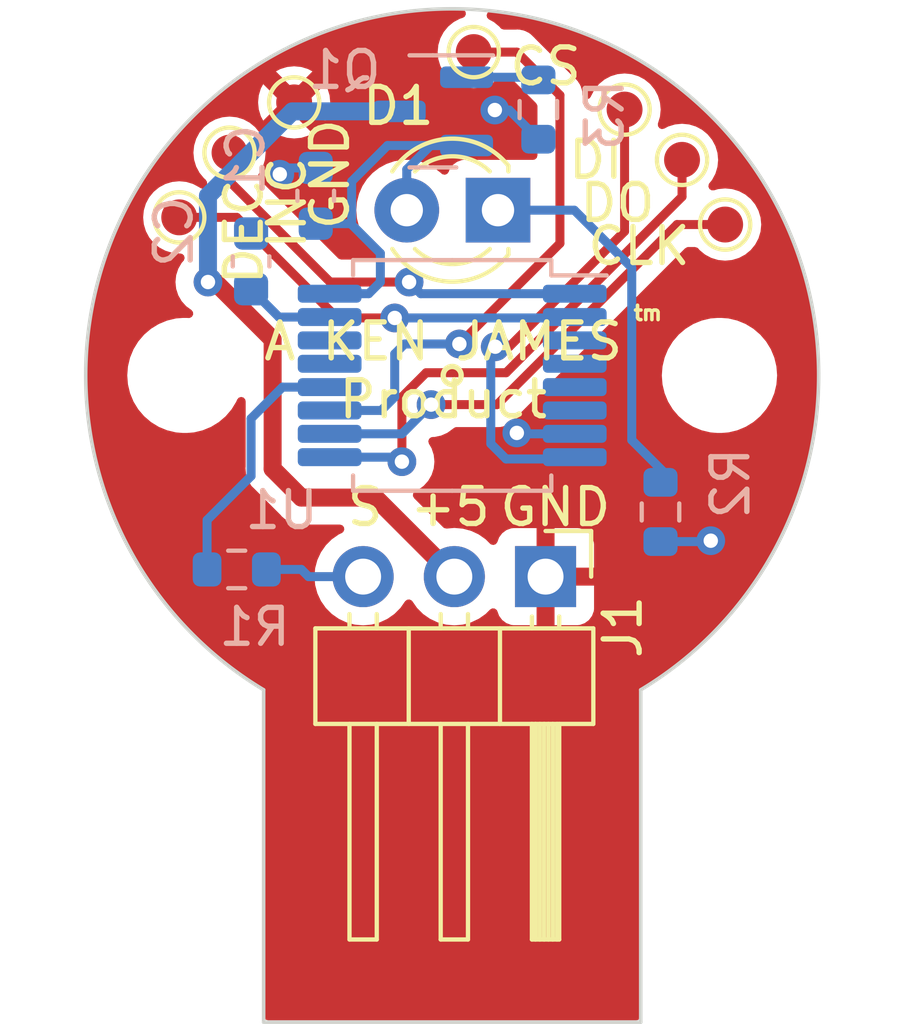
<source format=kicad_pcb>
(kicad_pcb (version 20221018) (generator pcbnew)
  (layers (0 "F.Cu" signal) (31 "B.Cu" signal) (34 "B.Paste" user) (35 "F.Paste" user) (36 "B.SilkS" user "B.Silkscreen") (37 "F.SilkS" user "F.Silkscreen") (38 "B.Mask" user) (39 "F.Mask" user) (44 "Edge.Cuts" user))
  (net 0 "")
  (net 1 "GND")
  (net 2 "+5V")
  (net 3 "Net-(J1-Pin_3)")
  (net 4 "Net-(D1-K)")
  (net 5 "Net-(J1-Pin_2)")
  (net 6 "Net-(Q1-G)")
  (net 7 "Net-(U1-VDD3V3)")
  (net 8 "Net-(U1-PWM)")
  (net 9 "Net-(U1-MagINCn)")
  (net 10 "Net-(U1-MagDECn)")
  (net 11 "Net-(U1-PDIO)")
  (net 12 "Net-(U1-DO)")
  (net 13 "Net-(U1-CLK)")
  (net 14 "Net-(U1-CSn)")
  (footprint "TestPoint:TestPoint_Pad_D1.0mm" (layer "F.Cu") (at 145.6 92.4)
    (fp_text reference "TP1" hide)
    (fp_text value "GND" (at 1 2 90) (layer "F.SilkS"))
    (fp_circle (center 0 0) (end 0 0.7) (stroke (width 0.12)) (fill none) (layer "F.SilkS"))
    (pad "1" smd circle (at 0 0) (size 1 1) (layers "F.Cu" "F.Mask") (net 1 "GND"))
  )
  (footprint "MountingHole:MountingHole_2.7mm" (layer "F.Cu") (at 157.4422 100)
    (fp_text reference "H2" hide)
    (fp_text value "MountingHole")
    (pad "" np_thru_hole circle (at 0 0) (size 2.7 2.7) (drill 2.7) (layers "*.Cu" "*.Mask"))
  )
  (footprint "TestPoint:TestPoint_Pad_D1.0mm" (layer "F.Cu") (at 156.4 94)
    (fp_text reference "TP5" hide)
    (fp_text value "DO" (at -1.8 1.2) (layer "F.SilkS"))
    (fp_circle (center 0 0) (end 0 0.7) (stroke (width 0.12)) (fill none) (layer "F.SilkS"))
    (pad "1" smd circle (at 0 0) (size 1 1) (layers "F.Cu" "F.Mask") (net 12 "Net-(U1-DO)"))
  )
  (footprint "TestPoint:TestPoint_Pad_D1.0mm" (layer "F.Cu") (at 154.8 92.6)
    (fp_text reference "TP4" hide)
    (fp_text value "DI" (at -0.8 1.4) (layer "F.SilkS"))
    (fp_circle (center 0 0) (end 0 0.7) (stroke (width 0.12)) (fill none) (layer "F.SilkS"))
    (pad "1" smd circle (at 0 0) (size 1 1) (layers "F.Cu" "F.Mask") (net 11 "Net-(U1-PDIO)"))
  )
  (footprint "TestPoint:TestPoint_Pad_D1.0mm" (layer "F.Cu") (at 150.6 91)
    (fp_text reference "TP7" hide)
    (fp_text value "CS" (at 2 0.4) (layer "F.SilkS"))
    (fp_circle (center 0 0) (end 0 0.7) (stroke (width 0.12)) (fill none) (layer "F.SilkS"))
    (pad "1" smd circle (at 0 0) (size 1 1) (layers "F.Cu" "F.Mask") (net 14 "Net-(U1-CSn)"))
  )
  (footprint "Connector_PinHeader_2.54mm:PinHeader_1x03_P2.54mm_Horizontal" (layer "F.Cu") (at 152.6 105.6 -90)
    (fp_text reference "J1" (at 1.4 -2.15 -90) (layer "F.SilkS"))
    (fp_text value "Conn_01x03")
    (fp_line (start -1.27 -1.27) (end 0 -1.27) (stroke (width 0.12)) (layer "F.SilkS"))
    (fp_line (start -1.27 0) (end -1.27 -1.27) (stroke (width 0.12)) (layer "F.SilkS"))
    (fp_line (start 1.042929 2.16) (end 1.44 2.16) (stroke (width 0.12)) (layer "F.SilkS"))
    (fp_line (start 1.042929 2.92) (end 1.44 2.92) (stroke (width 0.12)) (layer "F.SilkS"))
    (fp_line (start 1.042929 4.7) (end 1.44 4.7) (stroke (width 0.12)) (layer "F.SilkS"))
    (fp_line (start 1.042929 5.46) (end 1.44 5.46) (stroke (width 0.12)) (layer "F.SilkS"))
    (fp_line (start 1.11 -0.38) (end 1.44 -0.38) (stroke (width 0.12)) (layer "F.SilkS"))
    (fp_line (start 1.11 0.38) (end 1.44 0.38) (stroke (width 0.12)) (layer "F.SilkS"))
    (fp_line (start 1.44 -1.33) (end 1.44 6.41) (stroke (width 0.12)) (layer "F.SilkS"))
    (fp_line (start 1.44 1.27) (end 4.1 1.27) (stroke (width 0.12)) (layer "F.SilkS"))
    (fp_line (start 1.44 3.81) (end 4.1 3.81) (stroke (width 0.12)) (layer "F.SilkS"))
    (fp_line (start 1.44 6.41) (end 4.1 6.41) (stroke (width 0.12)) (layer "F.SilkS"))
    (fp_line (start 4.1 -1.33) (end 1.44 -1.33) (stroke (width 0.12)) (layer "F.SilkS"))
    (fp_line (start 4.1 -0.38) (end 10.1 -0.38) (stroke (width 0.12)) (layer "F.SilkS"))
    (fp_line (start 4.1 -0.32) (end 10.1 -0.32) (stroke (width 0.12)) (layer "F.SilkS"))
    (fp_line (start 4.1 -0.2) (end 10.1 -0.2) (stroke (width 0.12)) (layer "F.SilkS"))
    (fp_line (start 4.1 -0.08) (end 10.1 -0.08) (stroke (width 0.12)) (layer "F.SilkS"))
    (fp_line (start 4.1 0.04) (end 10.1 0.04) (stroke (width 0.12)) (layer "F.SilkS"))
    (fp_line (start 4.1 0.16) (end 10.1 0.16) (stroke (width 0.12)) (layer "F.SilkS"))
    (fp_line (start 4.1 0.28) (end 10.1 0.28) (stroke (width 0.12)) (layer "F.SilkS"))
    (fp_line (start 4.1 2.16) (end 10.1 2.16) (stroke (width 0.12)) (layer "F.SilkS"))
    (fp_line (start 4.1 4.7) (end 10.1 4.7) (stroke (width 0.12)) (layer "F.SilkS"))
    (fp_line (start 4.1 6.41) (end 4.1 -1.33) (stroke (width 0.12)) (layer "F.SilkS"))
    (fp_line (start 10.1 -0.38) (end 10.1 0.38) (stroke (width 0.12)) (layer "F.SilkS"))
    (fp_line (start 10.1 0.38) (end 4.1 0.38) (stroke (width 0.12)) (layer "F.SilkS"))
    (fp_line (start 10.1 2.16) (end 10.1 2.92) (stroke (width 0.12)) (layer "F.SilkS"))
    (fp_line (start 10.1 2.92) (end 4.1 2.92) (stroke (width 0.12)) (layer "F.SilkS"))
    (fp_line (start 10.1 4.7) (end 10.1 5.46) (stroke (width 0.12)) (layer "F.SilkS"))
    (fp_line (start 10.1 5.46) (end 4.1 5.46) (stroke (width 0.12)) (layer "F.SilkS"))
    (pad "1" thru_hole rect (at 0 0 270) (size 1.7 1.7) (drill 1) (layers "*.Cu" "*.Mask") (net 1 "GND"))
    (pad "2" thru_hole oval (at 0 2.54 270) (size 1.7 1.7) (drill 1) (layers "*.Cu" "*.Mask") (net 5 "Net-(J1-Pin_2)"))
    (pad "3" thru_hole oval (at 0 5.08 270) (size 1.7 1.7) (drill 1) (layers "*.Cu" "*.Mask") (net 3 "Net-(J1-Pin_3)"))
  )
  (footprint "LED_THT:LED_D3.0mm" (layer "F.Cu") (at 151.275 95.4 180)
    (fp_text reference "D1" (at 2.775 2.9 180) (layer "F.SilkS"))
    (fp_text value "LED")
    (fp_line (start -0.29 -1.236) (end -0.29 -1.08) (stroke (width 0.12)) (layer "F.SilkS"))
    (fp_line (start -0.29 1.08) (end -0.29 1.236) (stroke (width 0.12)) (layer "F.SilkS"))
    (fp_arc (start -0.29 -1.235516) (mid 1.366487 -1.987659) (end 2.942335 -1.078608) (stroke (width 0.12)) (layer "F.SilkS"))
    (fp_arc (start 0.229039 -1.08) (mid 1.270117 -1.5) (end 2.31113 -1.079837) (stroke (width 0.12)) (layer "F.SilkS"))
    (fp_arc (start 2.31113 1.079837) (mid 1.270117 1.5) (end 0.229039 1.08) (stroke (width 0.12)) (layer "F.SilkS"))
    (fp_arc (start 2.942335 1.078608) (mid 1.366487 1.987659) (end -0.29 1.235516) (stroke (width 0.12)) (layer "F.SilkS"))
    (pad "1" thru_hole rect (at 0 0 180) (size 1.8 1.8) (drill 0.9) (layers "*.Cu" "*.Mask") (net 4 "Net-(D1-K)"))
    (pad "2" thru_hole circle (at 2.54 0 180) (size 1.8 1.8) (drill 0.9) (layers "*.Cu" "*.Mask") (net 2 "+5V"))
  )
  (footprint "TestPoint:TestPoint_Pad_D1.0mm" (layer "F.Cu") (at 157.6 95.8)
    (fp_text reference "TP6" hide)
    (fp_text value "CLK" (at -2.4 0.6) (layer "F.SilkS"))
    (fp_circle (center 0 0) (end 0 0.7) (stroke (width 0.12)) (fill none) (layer "F.SilkS"))
    (pad "1" smd circle (at 0 0) (size 1 1) (layers "F.Cu" "F.Mask") (net 13 "Net-(U1-CLK)"))
  )
  (footprint "TestPoint:TestPoint_Pad_D1.0mm" (layer "F.Cu") (at 143.8 93.8)
    (fp_text reference "TP2")
    (fp_text value "INC" (at 1.6 1.4 90) (layer "F.SilkS"))
    (fp_circle (center 0 0) (end 0 0.7) (stroke (width 0.12)) (fill none) (layer "F.SilkS"))
    (pad "1" smd circle (at 0 0) (size 1 1) (layers "F.Cu" "F.Mask") (net 9 "Net-(U1-MagINCn)"))
  )
  (footprint "TestPoint:TestPoint_Pad_D1.0mm" (layer "F.Cu") (at 142.4 95.6)
    (fp_text reference "TP3")
    (fp_text value "DEC" (at 1.8 0.4 90) (layer "F.SilkS"))
    (fp_circle (center 0 0) (end 0 0.7) (stroke (width 0.12)) (fill none) (layer "F.SilkS"))
    (pad "1" smd circle (at 0 0) (size 1 1) (layers "F.Cu" "F.Mask") (net 10 "Net-(U1-MagDECn)"))
  )
  (footprint "MountingHole:MountingHole_2.7mm" (layer "F.Cu") (at 142.5578 100)
    (fp_text reference "H1" hide)
    (fp_text value "MountingHole")
    (pad "" np_thru_hole circle (at 0 0) (size 2.7 2.7) (drill 2.7) (layers "*.Cu" "*.Mask"))
  )
  (footprint "Resistor_SMD:R_0603_1608Metric" (layer "B.Cu") (at 152.4 92.6 -90)
    (fp_text reference "R3" (at 0.15 -1.85 90) (layer "B.SilkS") (effects (justify mirror)))
    (fp_text value "100k")
    (fp_line (start -0.237258 -0.5225) (end 0.237258 -0.5225) (stroke (width 0.12)) (layer "B.SilkS"))
    (fp_line (start -0.237258 0.5225) (end 0.237258 0.5225) (stroke (width 0.12)) (layer "B.SilkS"))
    (pad "1" smd roundrect (at -0.825 0 270) (size 0.8 0.95) (layers "B.Cu" "B.Paste" "B.Mask") (net 6 "Net-(Q1-G)"))
    (pad "2" smd roundrect (at 0.825 0 270) (size 0.8 0.95) (layers "B.Cu" "B.Paste" "B.Mask") (net 1 "GND"))
  )
  (footprint "Package_SO:SSOP-16_5.3x6.2mm_P0.65mm" (layer "B.Cu") (at 150 100 180)
    (fp_text reference "U1" (at 4.75 -3.75) (layer "B.SilkS") (effects (justify mirror)))
    (fp_text value "AS5045B")
    (fp_line (start -2.76 -3.21) (end -2.76 -2.785) (stroke (width 0.12)) (layer "B.SilkS"))
    (fp_line (start -2.76 2.785) (end -4.3 2.785) (stroke (width 0.12)) (layer "B.SilkS"))
    (fp_line (start -2.76 3.21) (end -2.76 2.785) (stroke (width 0.12)) (layer "B.SilkS"))
    (fp_line (start 0 -3.21) (end -2.76 -3.21) (stroke (width 0.12)) (layer "B.SilkS"))
    (fp_line (start 0 -3.21) (end 2.76 -3.21) (stroke (width 0.12)) (layer "B.SilkS"))
    (fp_line (start 0 3.21) (end -2.76 3.21) (stroke (width 0.12)) (layer "B.SilkS"))
    (fp_line (start 0 3.21) (end 2.76 3.21) (stroke (width 0.12)) (layer "B.SilkS"))
    (fp_line (start 2.76 -3.21) (end 2.76 -2.785) (stroke (width 0.12)) (layer "B.SilkS"))
    (fp_line (start 2.76 3.21) (end 2.76 2.785) (stroke (width 0.12)) (layer "B.SilkS"))
    (pad "1" smd roundrect (at -3.4125 2.275 180) (size 1.775 0.5) (layers "B.Cu" "B.Paste" "B.Mask") (net 9 "Net-(U1-MagINCn)"))
    (pad "2" smd roundrect (at -3.4125 1.625 180) (size 1.775 0.5) (layers "B.Cu" "B.Paste" "B.Mask") (net 10 "Net-(U1-MagDECn)"))
    (pad "3" smd roundrect (at -3.4125 0.975 180) (size 1.775 0.5) (layers "B.Cu" "B.Paste" "B.Mask"))
    (pad "4" smd roundrect (at -3.4125 0.325 180) (size 1.775 0.5) (layers "B.Cu" "B.Paste" "B.Mask"))
    (pad "5" smd roundrect (at -3.4125 -0.325 180) (size 1.775 0.5) (layers "B.Cu" "B.Paste" "B.Mask"))
    (pad "6" smd roundrect (at -3.4125 -0.975 180) (size 1.775 0.5) (layers "B.Cu" "B.Paste" "B.Mask"))
    (pad "7" smd roundrect (at -3.4125 -1.625 180) (size 1.775 0.5) (layers "B.Cu" "B.Paste" "B.Mask") (net 1 "GND"))
    (pad "8" smd roundrect (at -3.4125 -2.275 180) (size 1.775 0.5) (layers "B.Cu" "B.Paste" "B.Mask") (net 11 "Net-(U1-PDIO)"))
    (pad "9" smd roundrect (at 3.4125 -2.275 180) (size 1.775 0.5) (layers "B.Cu" "B.Paste" "B.Mask") (net 12 "Net-(U1-DO)"))
    (pad "10" smd roundrect (at 3.4125 -1.625 180) (size 1.775 0.5) (layers "B.Cu" "B.Paste" "B.Mask") (net 13 "Net-(U1-CLK)"))
    (pad "11" smd roundrect (at 3.4125 -0.975 180) (size 1.775 0.5) (layers "B.Cu" "B.Paste" "B.Mask") (net 14 "Net-(U1-CSn)"))
    (pad "12" smd roundrect (at 3.4125 -0.325 180) (size 1.775 0.5) (layers "B.Cu" "B.Paste" "B.Mask") (net 8 "Net-(U1-PWM)"))
    (pad "13" smd roundrect (at 3.4125 0.325 180) (size 1.775 0.5) (layers "B.Cu" "B.Paste" "B.Mask"))
    (pad "14" smd roundrect (at 3.4125 0.975 180) (size 1.775 0.5) (layers "B.Cu" "B.Paste" "B.Mask"))
    (pad "15" smd roundrect (at 3.4125 1.625 180) (size 1.775 0.5) (layers "B.Cu" "B.Paste" "B.Mask") (net 7 "Net-(U1-VDD3V3)"))
    (pad "16" smd roundrect (at 3.4125 2.275 180) (size 1.775 0.5) (layers "B.Cu" "B.Paste" "B.Mask") (net 2 "+5V"))
  )
  (footprint "Capacitor_SMD:C_0603_1608Metric" (layer "B.Cu") (at 144.4 96.825 90)
    (fp_text reference "C2" (at 0.825 -2.15 90) (layer "B.SilkS") (effects (justify mirror)))
    (fp_text value "100nF")
    (fp_line (start -0.14058 -0.51) (end 0.14058 -0.51) (stroke (width 0.12)) (layer "B.SilkS"))
    (fp_line (start -0.14058 0.51) (end 0.14058 0.51) (stroke (width 0.12)) (layer "B.SilkS"))
    (pad "1" smd roundrect (at -0.775 0 90) (size 0.9 0.95) (layers "B.Cu" "B.Paste" "B.Mask") (net 7 "Net-(U1-VDD3V3)"))
    (pad "2" smd roundrect (at 0.775 0 90) (size 0.9 0.95) (layers "B.Cu" "B.Paste" "B.Mask") (net 1 "GND"))
  )
  (footprint "Package_TO_SOT_SMD:SOT-23" (layer "B.Cu") (at 149.4625 92.65 180)
    (fp_text reference "Q1" (at 2.4625 1.15) (layer "B.SilkS") (effects (justify mirror)))
    (fp_text value "Q_PMOS_GSD")
    (fp_line (start 0 -1.56) (end -0.65 -1.56) (stroke (width 0.12)) (layer "B.SilkS"))
    (fp_line (start 0 -1.56) (end 0.65 -1.56) (stroke (width 0.12)) (layer "B.SilkS"))
    (fp_line (start 0 1.56) (end -1.675 1.56) (stroke (width 0.12)) (layer "B.SilkS"))
    (fp_line (start 0 1.56) (end 0.65 1.56) (stroke (width 0.12)) (layer "B.SilkS"))
    (pad "1" smd roundrect (at -0.9375 0.95 180) (size 1.475 0.6) (layers "B.Cu" "B.Paste" "B.Mask") (net 6 "Net-(Q1-G)"))
    (pad "2" smd roundrect (at -0.9375 -0.95 180) (size 1.475 0.6) (layers "B.Cu" "B.Paste" "B.Mask") (net 2 "+5V"))
    (pad "3" smd roundrect (at 0.9375 0 180) (size 1.475 0.6) (layers "B.Cu" "B.Paste" "B.Mask") (net 5 "Net-(J1-Pin_2)"))
  )
  (footprint "Resistor_SMD:R_0603_1608Metric" (layer "B.Cu") (at 144 105.4)
    (fp_text reference "R1" (at 0.5 1.6) (layer "B.SilkS") (effects (justify mirror)))
    (fp_text value "100")
    (fp_line (start -0.237258 -0.5225) (end 0.237258 -0.5225) (stroke (width 0.12)) (layer "B.SilkS"))
    (fp_line (start -0.237258 0.5225) (end 0.237258 0.5225) (stroke (width 0.12)) (layer "B.SilkS"))
    (pad "1" smd roundrect (at -0.825 0) (size 0.8 0.95) (layers "B.Cu" "B.Paste" "B.Mask") (net 8 "Net-(U1-PWM)"))
    (pad "2" smd roundrect (at 0.825 0) (size 0.8 0.95) (layers "B.Cu" "B.Paste" "B.Mask") (net 3 "Net-(J1-Pin_3)"))
  )
  (footprint "Capacitor_SMD:C_0603_1608Metric" (layer "B.Cu") (at 146.2 95 -90)
    (fp_text reference "C1" (at -1 1.95 90) (layer "B.SilkS") (effects (justify mirror)))
    (fp_text value "100nF")
    (fp_line (start -0.14058 -0.51) (end 0.14058 -0.51) (stroke (width 0.12)) (layer "B.SilkS"))
    (fp_line (start -0.14058 0.51) (end 0.14058 0.51) (stroke (width 0.12)) (layer "B.SilkS"))
    (pad "1" smd roundrect (at -0.775 0 270) (size 0.9 0.95) (layers "B.Cu" "B.Paste" "B.Mask") (net 1 "GND"))
    (pad "2" smd roundrect (at 0.775 0 270) (size 0.9 0.95) (layers "B.Cu" "B.Paste" "B.Mask") (net 2 "+5V"))
  )
  (footprint "Resistor_SMD:R_0603_1608Metric" (layer "B.Cu") (at 155.8 103.8 90)
    (fp_text reference "R2" (at 0.8 1.95 90) (layer "B.SilkS") (effects (justify mirror)))
    (fp_text value "390")
    (fp_line (start -0.237258 -0.5225) (end 0.237258 -0.5225) (stroke (width 0.12)) (layer "B.SilkS"))
    (fp_line (start -0.237258 0.5225) (end 0.237258 0.5225) (stroke (width 0.12)) (layer "B.SilkS"))
    (pad "1" smd roundrect (at -0.825 0 90) (size 0.8 0.95) (layers "B.Cu" "B.Paste" "B.Mask") (net 1 "GND"))
    (pad "2" smd roundrect (at 0.825 0 90) (size 0.8 0.95) (layers "B.Cu" "B.Paste" "B.Mask") (net 4 "Net-(D1-K)"))
  )
  (gr_circle (center 150 100) (end 150 100.25) (stroke (width 0.15)) (fill none) (layer "F.SilkS"))
  (gr_line (start 155.25 108.749999) (end 155.25 118) (stroke (width 0.1)) (layer "Edge.Cuts"))
  (gr_line (start 144.75 118) (end 144.75 108.749999) (stroke (width 0.1)) (layer "Edge.Cuts"))
  (gr_line (start 155.25 118) (end 144.75 118) (stroke (width 0.1)) (layer "Edge.Cuts"))
  (gr_arc (start 144.75 108.749999) (mid 150 89.795835) (end 155.25 108.749999) (stroke (width 0.1)) (layer "Edge.Cuts"))
  (gr_text "S\n" (at 147 104.25) (layer "F.SilkS") (effects (font (size 1 1)) (justify left bottom)))
  (gr_text "GND\n" (at 151.25 104.25) (layer "F.SilkS") (effects (font (size 1 1)) (justify left bottom)))
  (gr_text "A KEN JAMES\nProduct\n" (at 149.75 101.25) (layer "F.SilkS") (effects (font (size 1 1)) (justify bottom)))
  (gr_text "+5" (at 148.75 104.25) (layer "F.SilkS") (effects (font (size 1 1)) (justify left bottom)))
  (gr_text "tm" (at 155 98.5) (layer "F.SilkS") (effects (font (size 0.4 0.4) (thickness 0.1) bold) (justify left bottom)))
  (via (at 157.2 104.6) (size 0.8) (drill 0.4) (layers "F.Cu" "B.Cu") (net 1))
  (via (at 151.8 101.6) (size 0.8) (drill 0.4) (layers "F.Cu" "B.Cu") (net 1))
  (via (at 151.187701 92.612299) (size 0.8) (drill 0.4) (layers "F.Cu" "B.Cu") (net 1))
  (via (at 145.2 94.4) (size 0.8) (drill 0.4) (layers "F.Cu" "B.Cu") (net 1))
  (segment (start 151.825 101.625) (end 151.8 101.6) (width 0.25) (layer "B.Cu") (net 1))
  (segment (start 145.375 94.225) (end 145.2 94.4) (width 0.25) (layer "B.Cu") (net 1))
  (segment (start 153.4125 101.625) (end 151.825 101.625) (width 0.25) (layer "B.Cu") (net 1))
  (segment (start 157.175 104.625) (end 157.2 104.6) (width 0.25) (layer "B.Cu") (net 1))
  (segment (start 155.8 104.625) (end 157.175 104.625) (width 0.25) (layer "B.Cu") (net 1))
  (segment (start 151.187701 92.612299) (end 151.587299 92.612299) (width 0.25) (layer "B.Cu") (net 1))
  (segment (start 151.587299 92.612299) (end 152.4 93.425) (width 0.25) (layer "B.Cu") (net 1))
  (segment (start 146.2 94.225) (end 145.375 94.225) (width 0.25) (layer "B.Cu") (net 1))
  (segment (start 147.675 97.725) (end 146.5875 97.725) (width 0.25) (layer "B.Cu") (net 2))
  (segment (start 147.175 95.775) (end 147.2 95.8) (width 0.25) (layer "B.Cu") (net 2))
  (segment (start 148.2 93.6) (end 147.2 94.6) (width 0.25) (layer "B.Cu") (net 2))
  (segment (start 146.2 95.775) (end 147.175 95.775) (width 0.25) (layer "B.Cu") (net 2))
  (segment (start 147.2 94.6) (end 147.2 95.8) (width 0.25) (layer "B.Cu") (net 2))
  (segment (start 148 96.6) (end 148 97.4) (width 0.25) (layer "B.Cu") (net 2))
  (segment (start 150.4 93.6) (end 149.4 93.6) (width 0.25) (layer "B.Cu") (net 2))
  (segment (start 150.4 93.6) (end 148.2 93.6) (width 0.25) (layer "B.Cu") (net 2))
  (segment (start 147.2 95.8) (end 148 96.6) (width 0.25) (layer "B.Cu") (net 2))
  (segment (start 148 97.4) (end 147.675 97.725) (width 0.25) (layer "B.Cu") (net 2))
  (segment (start 148.735 94.265) (end 148.735 95.4) (width 0.25) (layer "B.Cu") (net 2))
  (segment (start 149.4 93.6) (end 148.735 94.265) (width 0.25) (layer "B.Cu") (net 2))
  (segment (start 145.8 105.4) (end 146 105.6) (width 0.25) (layer "B.Cu") (net 3))
  (segment (start 144.825 105.4) (end 145.8 105.4) (width 0.25) (layer "B.Cu") (net 3))
  (segment (start 146 105.6) (end 147.52 105.6) (width 0.25) (layer "B.Cu") (net 3))
  (segment (start 155.825 102.975) (end 156 102.8) (width 0.25) (layer "B.Cu") (net 4))
  (segment (start 153.4 95.4) (end 151.275 95.4) (width 0.25) (layer "B.Cu") (net 4))
  (segment (start 155.8 102.975) (end 155.825 102.975) (width 0.25) (layer "B.Cu") (net 4))
  (segment (start 155 101.8) (end 155 97) (width 0.25) (layer "B.Cu") (net 4))
  (segment (start 156 102.8) (end 155 101.8) (width 0.25) (layer "B.Cu") (net 4))
  (segment (start 155 97) (end 153.4 95.4) (width 0.25) (layer "B.Cu") (net 4))
  (segment (start 147.86 103.4) (end 150.06 105.6) (width 0.5) (layer "F.Cu") (net 5))
  (segment (start 145 99) (end 145 102.6) (width 0.5) (layer "F.Cu") (net 5))
  (segment (start 143.4 97.4) (end 145 99) (width 0.5) (layer "F.Cu") (net 5))
  (segment (start 145.8 103.4) (end 147.86 103.4) (width 0.5) (layer "F.Cu") (net 5))
  (segment (start 143.2 97.4) (end 143.4 97.4) (width 0.5) (layer "F.Cu") (net 5))
  (segment (start 145 102.6) (end 145.8 103.4) (width 0.5) (layer "F.Cu") (net 5))
  (via (at 143.2 97.4) (size 0.8) (drill 0.4) (layers "F.Cu" "B.Cu") (net 5))
  (segment (start 145.55 92.65) (end 148.525 92.65) (width 0.5) (layer "B.Cu") (net 5))
  (segment (start 143.2 97.4) (end 143.2 95) (width 0.5) (layer "B.Cu") (net 5))
  (segment (start 143.2 95) (end 145.55 92.65) (width 0.5) (layer "B.Cu") (net 5))
  (segment (start 152.325 91.7) (end 152.4 91.775) (width 0.25) (layer "B.Cu") (net 6))
  (segment (start 150.4 91.7) (end 152.325 91.7) (width 0.25) (layer "B.Cu") (net 6))
  (segment (start 145.175 98.375) (end 144.4 97.6) (width 0.25) (layer "B.Cu") (net 7))
  (segment (start 146.5875 98.375) (end 145.175 98.375) (width 0.25) (layer "B.Cu") (net 7))
  (segment (start 145.275 100.325) (end 144.4 101.2) (width 0.25) (layer "B.Cu") (net 8))
  (segment (start 144.4 101.2) (end 144.4 102.8) (width 0.25) (layer "B.Cu") (net 8))
  (segment (start 146.5875 100.325) (end 145.275 100.325) (width 0.25) (layer "B.Cu") (net 8))
  (segment (start 144.4 102.8) (end 143.175 104.025) (width 0.25) (layer "B.Cu") (net 8))
  (segment (start 143.175 104.025) (end 143.175 105.4) (width 0.25) (layer "B.Cu") (net 8))
  (segment (start 148.8 97.4) (end 146.6 97.4) (width 0.25) (layer "F.Cu") (net 9))
  (segment (start 146.6 97.4) (end 143.8 94.6) (width 0.25) (layer "F.Cu") (net 9))
  (segment (start 143.8 94.6) (end 143.8 93.8) (width 0.25) (layer "F.Cu") (net 9))
  (via (at 148.8 97.4) (size 0.8) (drill 0.4) (layers "F.Cu" "B.Cu") (net 9))
  (segment (start 153.4125 97.725) (end 149.125 97.725) (width 0.25) (layer "B.Cu") (net 9))
  (segment (start 149.125 97.725) (end 148.8 97.4) (width 0.25) (layer "B.Cu") (net 9))
  (segment (start 144 95.6) (end 142.4 95.6) (width 0.25) (layer "F.Cu") (net 10))
  (segment (start 148.4 98.4) (end 146.8 98.4) (width 0.25) (layer "F.Cu") (net 10))
  (segment (start 146.8 98.4) (end 144 95.6) (width 0.25) (layer "F.Cu") (net 10))
  (via (at 148.4 98.4) (size 0.8) (drill 0.4) (layers "F.Cu" "B.Cu") (net 10))
  (segment (start 153.3875 98.4) (end 148.4 98.4) (width 0.25) (layer "B.Cu") (net 10))
  (segment (start 153.4125 98.375) (end 153.3875 98.4) (width 0.25) (layer "B.Cu") (net 10))
  (segment (start 154.8 95.988909) (end 154.8 92.6) (width 0.25) (layer "F.Cu") (net 11))
  (segment (start 151.2 99.2) (end 151.588909 99.2) (width 0.25) (layer "F.Cu") (net 11))
  (segment (start 151.588909 99.2) (end 154.8 95.988909) (width 0.25) (layer "F.Cu") (net 11))
  (via (at 151.2 99.2) (size 0.8) (drill 0.4) (layers "F.Cu" "B.Cu") (net 11))
  (segment (start 151.499695 102.325) (end 151.075 101.900305) (width 0.25) (layer "B.Cu") (net 11))
  (segment (start 151.075 101.900305) (end 151.075 99.325) (width 0.25) (layer "B.Cu") (net 11))
  (segment (start 151.075 99.325) (end 151.2 99.2) (width 0.25) (layer "B.Cu") (net 11))
  (segment (start 153.3625 102.325) (end 151.499695 102.325) (width 0.25) (layer "B.Cu") (net 11))
  (segment (start 153.4125 102.275) (end 153.3625 102.325) (width 0.25) (layer "B.Cu") (net 11))
  (segment (start 149.275 99.925) (end 151.500305 99.925) (width 0.25) (layer "F.Cu") (net 12))
  (segment (start 151.500305 99.925) (end 156.4 95.025305) (width 0.25) (layer "F.Cu") (net 12))
  (segment (start 156.4 95.025305) (end 156.4 94) (width 0.25) (layer "F.Cu") (net 12))
  (segment (start 148.6 102.4) (end 148.6 100.6) (width 0.25) (layer "F.Cu") (net 12))
  (segment (start 148.6 100.6) (end 149.275 99.925) (width 0.25) (layer "F.Cu") (net 12))
  (via (at 148.6 102.4) (size 0.8) (drill 0.4) (layers "F.Cu" "B.Cu") (net 12))
  (segment (start 148.475 102.275) (end 148.6 102.4) (width 0.25) (layer "B.Cu") (net 12))
  (segment (start 146.5875 102.275) (end 148.475 102.275) (width 0.25) (layer "B.Cu") (net 12))
  (segment (start 149.412299 100.812299) (end 151.249402 100.812299) (width 0.25) (layer "F.Cu") (net 13))
  (segment (start 151.249402 100.812299) (end 156.261701 95.8) (width 0.25) (layer "F.Cu") (net 13))
  (segment (start 156.261701 95.8) (end 157.6 95.8) (width 0.25) (layer "F.Cu") (net 13))
  (via (at 149.412299 100.812299) (size 0.8) (drill 0.4) (layers "F.Cu" "B.Cu") (net 13))
  (segment (start 148.599598 101.625) (end 146.5875 101.625) (width 0.25) (layer "B.Cu") (net 13))
  (segment (start 149.412299 100.812299) (end 148.599598 101.625) (width 0.25) (layer "B.Cu") (net 13))
  (segment (start 153 92.2) (end 151.8 91) (width 0.25) (layer "F.Cu") (net 14))
  (segment (start 151.8 91) (end 150.6 91) (width 0.25) (layer "F.Cu") (net 14))
  (segment (start 153 96.3245) (end 153 92.2) (width 0.25) (layer "F.Cu") (net 14))
  (segment (start 150.2 99.1245) (end 153 96.3245) (width 0.25) (layer "F.Cu") (net 14))
  (via (at 150.2 99.1245) (size 0.8) (drill 0.4) (layers "F.Cu" "B.Cu") (net 14))
  (segment (start 148.4 99.4) (end 148.6755 99.1245) (width 0.25) (layer "B.Cu") (net 14))
  (segment (start 148.4 100.6) (end 148.4 99.4) (width 0.25) (layer "B.Cu") (net 14))
  (segment (start 146.5875 100.975) (end 148.025 100.975) (width 0.25) (layer "B.Cu") (net 14))
  (segment (start 148.025 100.975) (end 148.4 100.6) (width 0.25) (layer "B.Cu") (net 14))
  (segment (start 148.6755 99.1245) (end 150.2 99.1245) (width 0.25) (layer "B.Cu") (net 14))
  (zone (net 1) (net_name "GND") (layer "F.Cu") (connect_pads (clearance 0.5)) (min_thickness 0.25) (fill yes (thermal_gap 0.5) (thermal_bridge_width 0.5))
    (polygon (pts (xy 139.5 117.95) (xy 160.45 117.95) (xy 160.45 89.55) (xy 139.6 89.55)))
  )
)
</source>
